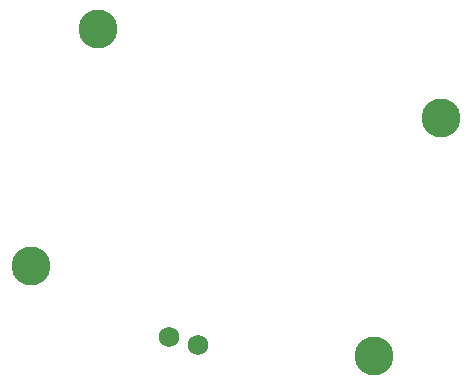
<source format=gbl>
G04 Layer_Physical_Order=2*
G04 Layer_Color=16711680*
%FSLAX25Y25*%
%MOIN*%
G70*
G01*
G75*
%ADD27C,0.06890*%
%ADD28C,0.12992*%
D27*
X435250Y230291D02*
D03*
X425591Y232879D02*
D03*
D28*
X379402Y256398D02*
D03*
X493669Y226390D02*
D03*
X516043Y305980D02*
D03*
X401721Y335650D02*
D03*
M02*

</source>
